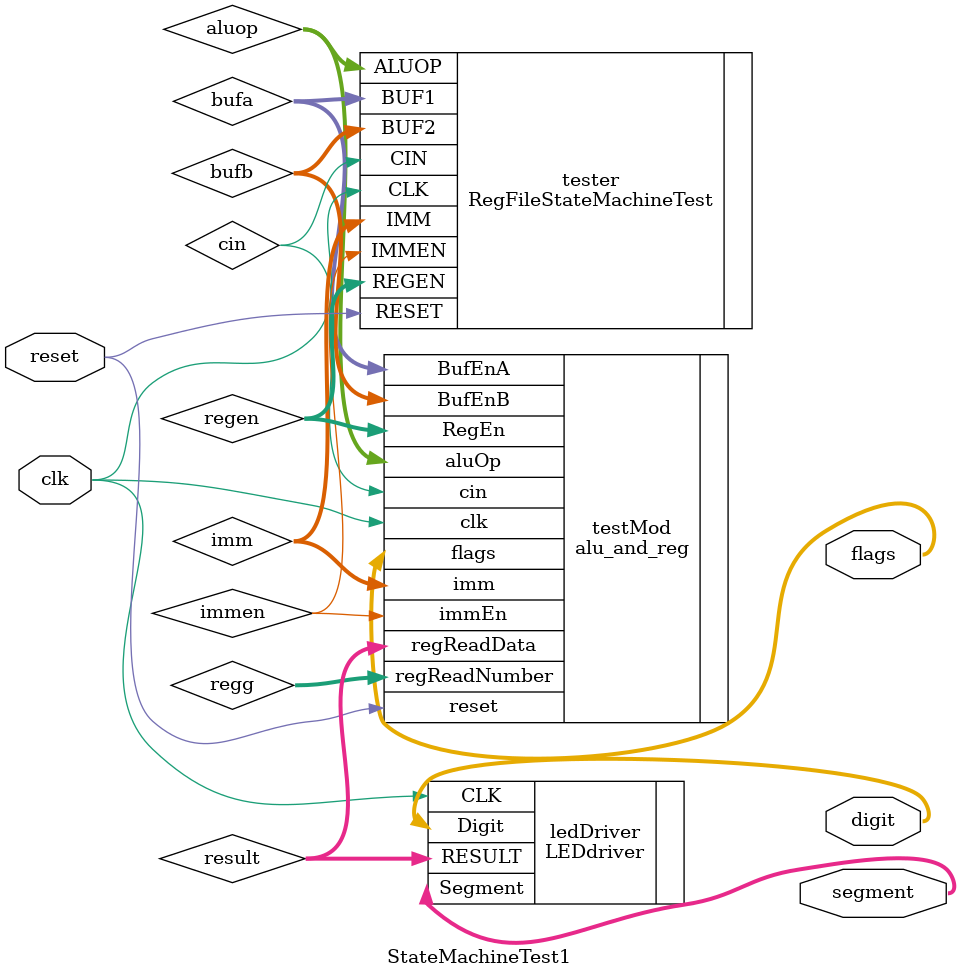
<source format=v>
`timescale 1ns / 1ps
module StateMachineTest1(
    input clk,
    input reset,
	 output wire [3:0] segment,
    output wire [7:0] digit,
	 output wire [4:0] flags
    );
	 
	 wire [15:0] result, imm;
	 wire immen;
	 wire [4:0] bufa, bufb, regen;
	 wire[7:0] aluop;
	 wire cin;
	 wire [5:0] regg;
	 
	 
	 RegFileStateMachineTest tester(.CLK(clk), .RESET(reset), .CIN(cin), .REGEN(regen), .IMM(imm), .IMMEN(immen), .BUF1(bufa), .BUF2(bufb), .ALUOP(aluop));
	 alu_and_reg testMod(.aluOp(aluop), .RegEn(regen), .imm(imm), .immEn(immen), .reset(reset), .clk(clk), .cin(cin), .BufEnA(bufa), .BufEnB(bufb), .flags(flags), .regReadNumber(regg), .regReadData(result));
	 LEDdriver ledDriver(.RESULT(result), .CLK(clk), .Segment(segment), .Digit(digit));

endmodule

</source>
